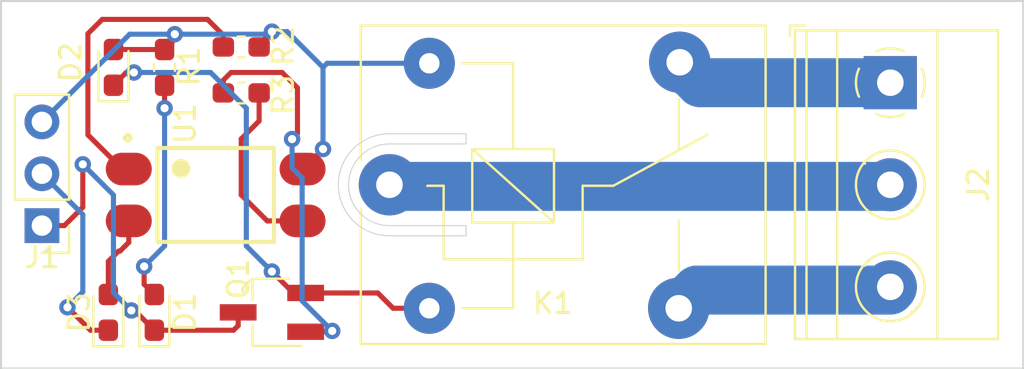
<source format=kicad_pcb>
(kicad_pcb (version 20171130) (host pcbnew 5.1.4+dfsg1-1~bpo10+1)

  (general
    (thickness 1.6)
    (drawings 12)
    (tracks 98)
    (zones 0)
    (modules 11)
    (nets 13)
  )

  (page A4)
  (layers
    (0 F.Cu signal)
    (31 B.Cu signal)
    (32 B.Adhes user hide)
    (33 F.Adhes user hide)
    (34 B.Paste user hide)
    (35 F.Paste user hide)
    (36 B.SilkS user)
    (37 F.SilkS user)
    (38 B.Mask user)
    (39 F.Mask user)
    (40 Dwgs.User user hide)
    (41 Cmts.User user hide)
    (42 Eco1.User user hide)
    (43 Eco2.User user hide)
    (44 Edge.Cuts user)
    (45 Margin user hide)
    (46 B.CrtYd user hide)
    (47 F.CrtYd user hide)
    (48 B.Fab user hide)
    (49 F.Fab user hide)
  )

  (setup
    (last_trace_width 0.25)
    (user_trace_width 0.6069)
    (user_trace_width 2.4)
    (trace_clearance 0.2)
    (zone_clearance 0.508)
    (zone_45_only no)
    (trace_min 0.2)
    (via_size 0.8)
    (via_drill 0.4)
    (via_min_size 0.4)
    (via_min_drill 0.3)
    (uvia_size 0.3)
    (uvia_drill 0.1)
    (uvias_allowed no)
    (uvia_min_size 0.2)
    (uvia_min_drill 0.1)
    (edge_width 0.05)
    (segment_width 0.2)
    (pcb_text_width 0.3)
    (pcb_text_size 1.5 1.5)
    (mod_edge_width 0.12)
    (mod_text_size 1 1)
    (mod_text_width 0.15)
    (pad_size 1.524 1.524)
    (pad_drill 0.762)
    (pad_to_mask_clearance 0.051)
    (solder_mask_min_width 0.25)
    (aux_axis_origin 0 0)
    (grid_origin 109.75 120)
    (visible_elements 7FFFFFFF)
    (pcbplotparams
      (layerselection 0x010f0_ffffffff)
      (usegerberextensions false)
      (usegerberattributes false)
      (usegerberadvancedattributes false)
      (creategerberjobfile false)
      (excludeedgelayer true)
      (linewidth 0.100000)
      (plotframeref false)
      (viasonmask false)
      (mode 1)
      (useauxorigin false)
      (hpglpennumber 1)
      (hpglpenspeed 20)
      (hpglpendiameter 15.000000)
      (psnegative false)
      (psa4output false)
      (plotreference true)
      (plotvalue true)
      (plotinvisibletext false)
      (padsonsilk false)
      (subtractmaskfromsilk false)
      (outputformat 1)
      (mirror false)
      (drillshape 0)
      (scaleselection 1)
      (outputdirectory "Relay_module/"))
  )

  (net 0 "")
  (net 1 "Net-(D1-Pad2)")
  (net 2 GND)
  (net 3 VCC)
  (net 4 "Net-(D2-Pad1)")
  (net 5 "Net-(D3-Pad2)")
  (net 6 IN)
  (net 7 "Net-(J2-Pad3)")
  (net 8 "Net-(J2-Pad2)")
  (net 9 "Net-(J2-Pad1)")
  (net 10 "Net-(Q1-Pad1)")
  (net 11 "Net-(R2-Pad1)")
  (net 12 "Net-(R3-Pad2)")

  (net_class Default "This is the default net class."
    (clearance 0.2)
    (trace_width 0.25)
    (via_dia 0.8)
    (via_drill 0.4)
    (uvia_dia 0.3)
    (uvia_drill 0.1)
    (add_net GND)
    (add_net IN)
    (add_net "Net-(D1-Pad2)")
    (add_net "Net-(D2-Pad1)")
    (add_net "Net-(D3-Pad2)")
    (add_net "Net-(J2-Pad1)")
    (add_net "Net-(J2-Pad2)")
    (add_net "Net-(J2-Pad3)")
    (add_net "Net-(Q1-Pad1)")
    (add_net "Net-(R2-Pad1)")
    (add_net "Net-(R3-Pad2)")
    (add_net VCC)
  )

  (module Relay_THT:Relay_SPDT_SANYOU_SRD_Series_Form_C (layer F.Cu) (tedit 58FA3148) (tstamp 62C881DC)
    (at 128.75 109)
    (descr "relay Sanyou SRD series Form C http://www.sanyourelay.ca/public/products/pdf/SRD.pdf")
    (tags "relay Sanyu SRD form C")
    (path /61F15009)
    (fp_text reference K1 (at 8 5.8) (layer F.SilkS)
      (effects (font (size 1 1) (thickness 0.15)))
    )
    (fp_text value SANYOU_SRD_Form_C (at 8 -9.6) (layer F.Fab)
      (effects (font (size 1 1) (thickness 0.15)))
    )
    (fp_line (start 8.05 1.85) (end 4.05 1.85) (layer F.SilkS) (width 0.12))
    (fp_line (start 8.05 -1.75) (end 8.05 1.85) (layer F.SilkS) (width 0.12))
    (fp_line (start 4.05 -1.75) (end 8.05 -1.75) (layer F.SilkS) (width 0.12))
    (fp_line (start 4.05 1.85) (end 4.05 -1.75) (layer F.SilkS) (width 0.12))
    (fp_line (start 8.05 1.85) (end 4.05 -1.75) (layer F.SilkS) (width 0.12))
    (fp_line (start 6.05 1.85) (end 6.05 6.05) (layer F.SilkS) (width 0.12))
    (fp_line (start 6.05 -5.95) (end 6.05 -1.75) (layer F.SilkS) (width 0.12))
    (fp_line (start 2.65 0.05) (end 2.65 3.65) (layer F.SilkS) (width 0.12))
    (fp_line (start 9.45 0.05) (end 9.45 3.65) (layer F.SilkS) (width 0.12))
    (fp_line (start 9.45 3.65) (end 2.65 3.65) (layer F.SilkS) (width 0.12))
    (fp_line (start 10.95 0.05) (end 15.55 -2.45) (layer F.SilkS) (width 0.12))
    (fp_line (start 9.45 0.05) (end 10.95 0.05) (layer F.SilkS) (width 0.12))
    (fp_line (start 6.05 -5.95) (end 3.55 -5.95) (layer F.SilkS) (width 0.12))
    (fp_line (start 2.65 0.05) (end 1.85 0.05) (layer F.SilkS) (width 0.12))
    (fp_line (start 3.55 6.05) (end 6.05 6.05) (layer F.SilkS) (width 0.12))
    (fp_line (start 14.15 -4.2) (end 14.15 -1.7) (layer F.SilkS) (width 0.12))
    (fp_line (start 14.15 4.2) (end 14.15 1.75) (layer F.SilkS) (width 0.12))
    (fp_line (start -1.55 7.95) (end 18.55 7.95) (layer F.CrtYd) (width 0.05))
    (fp_line (start 18.55 -7.95) (end 18.55 7.95) (layer F.CrtYd) (width 0.05))
    (fp_line (start -1.55 7.95) (end -1.55 -7.95) (layer F.CrtYd) (width 0.05))
    (fp_line (start 18.55 -7.95) (end -1.55 -7.95) (layer F.CrtYd) (width 0.05))
    (fp_text user %R (at 7.1 0.025) (layer F.Fab)
      (effects (font (size 1 1) (thickness 0.15)))
    )
    (fp_line (start -1.3 7.7) (end -1.3 -7.7) (layer F.Fab) (width 0.12))
    (fp_line (start 18.3 7.7) (end -1.3 7.7) (layer F.Fab) (width 0.12))
    (fp_line (start 18.3 -7.7) (end 18.3 7.7) (layer F.Fab) (width 0.12))
    (fp_line (start -1.3 -7.7) (end 18.3 -7.7) (layer F.Fab) (width 0.12))
    (fp_text user 1 (at 0 -2.3) (layer F.Fab)
      (effects (font (size 1 1) (thickness 0.15)))
    )
    (fp_line (start 18.4 7.8) (end -1.4 7.8) (layer F.SilkS) (width 0.12))
    (fp_line (start 18.4 -7.8) (end 18.4 7.8) (layer F.SilkS) (width 0.12))
    (fp_line (start -1.4 -7.8) (end 18.4 -7.8) (layer F.SilkS) (width 0.12))
    (fp_line (start -1.4 -7.8) (end -1.4 -1.2) (layer F.SilkS) (width 0.12))
    (fp_line (start -1.4 1.2) (end -1.4 7.8) (layer F.SilkS) (width 0.12))
    (pad 1 thru_hole circle (at 0 0 90) (size 3 3) (drill 1.3) (layers *.Cu *.Mask)
      (net 8 "Net-(J2-Pad2)"))
    (pad 5 thru_hole circle (at 1.95 -5.95 90) (size 2.5 2.5) (drill 1) (layers *.Cu *.Mask)
      (net 3 VCC))
    (pad 4 thru_hole circle (at 14.2 -6 90) (size 3 3) (drill 1.3) (layers *.Cu *.Mask)
      (net 9 "Net-(J2-Pad1)"))
    (pad 3 thru_hole circle (at 14.15 6.05 90) (size 3 3) (drill 1.3) (layers *.Cu *.Mask)
      (net 7 "Net-(J2-Pad3)"))
    (pad 2 thru_hole circle (at 1.95 6.05 90) (size 2.5 2.5) (drill 1) (layers *.Cu *.Mask)
      (net 4 "Net-(D2-Pad1)"))
    (model ${KIUSER3DMOD}/RELAY.3dshapes/SRD-05VDC-SL-C--3DModel-STEP-56544.STEP
      (offset (xyz 17 7.5 0))
      (scale (xyz 1 1 1))
      (rotate (xyz 0 0 -180))
    )
  )

  (module TerminalBlock_Phoenix:TerminalBlock_Phoenix_MKDS-1,5-3_1x03_P5.00mm_Horizontal (layer F.Cu) (tedit 5B294EE5) (tstamp 62C88121)
    (at 153.25 104 270)
    (descr "Terminal Block Phoenix MKDS-1,5-3, 3 pins, pitch 5mm, size 15x9.8mm^2, drill diamater 1.3mm, pad diameter 2.6mm, see http://www.farnell.com/datasheets/100425.pdf, script-generated using https://github.com/pointhi/kicad-footprint-generator/scripts/TerminalBlock_Phoenix")
    (tags "THT Terminal Block Phoenix MKDS-1,5-3 pitch 5mm size 15x9.8mm^2 drill 1.3mm pad 2.6mm")
    (path /61F4328B)
    (fp_text reference J2 (at 5 -4.3 90) (layer F.SilkS)
      (effects (font (size 1 1) (thickness 0.15)))
    )
    (fp_text value Screw_Terminal_01x03 (at 5.08 5.66 90) (layer F.Fab)
      (effects (font (size 1 1) (thickness 0.15)))
    )
    (fp_text user %R (at 5.08 3.2 90) (layer F.Fab)
      (effects (font (size 1 1) (thickness 0.15)))
    )
    (fp_line (start 13 -5.71) (end -3 -5.71) (layer F.CrtYd) (width 0.05))
    (fp_line (start 13 5.1) (end 13 -5.71) (layer F.CrtYd) (width 0.05))
    (fp_line (start -3 5.1) (end 13 5.1) (layer F.CrtYd) (width 0.05))
    (fp_line (start -3 -5.71) (end -3 5.1) (layer F.CrtYd) (width 0.05))
    (fp_line (start -2.8 4.9) (end -2.3 4.9) (layer F.SilkS) (width 0.12))
    (fp_line (start -2.8 4.16) (end -2.8 4.9) (layer F.SilkS) (width 0.12))
    (fp_line (start 8.773 1.023) (end 8.726 1.069) (layer F.SilkS) (width 0.12))
    (fp_line (start 11.07 -1.275) (end 11.035 -1.239) (layer F.SilkS) (width 0.12))
    (fp_line (start 8.966 1.239) (end 8.931 1.274) (layer F.SilkS) (width 0.12))
    (fp_line (start 11.275 -1.069) (end 11.228 -1.023) (layer F.SilkS) (width 0.12))
    (fp_line (start 10.955 -1.138) (end 8.863 0.955) (layer F.Fab) (width 0.1))
    (fp_line (start 11.138 -0.955) (end 9.046 1.138) (layer F.Fab) (width 0.1))
    (fp_line (start 3.773 1.023) (end 3.726 1.069) (layer F.SilkS) (width 0.12))
    (fp_line (start 6.07 -1.275) (end 6.035 -1.239) (layer F.SilkS) (width 0.12))
    (fp_line (start 3.966 1.239) (end 3.931 1.274) (layer F.SilkS) (width 0.12))
    (fp_line (start 6.275 -1.069) (end 6.228 -1.023) (layer F.SilkS) (width 0.12))
    (fp_line (start 5.955 -1.138) (end 3.863 0.955) (layer F.Fab) (width 0.1))
    (fp_line (start 6.138 -0.955) (end 4.046 1.138) (layer F.Fab) (width 0.1))
    (fp_line (start 0.955 -1.138) (end -1.138 0.955) (layer F.Fab) (width 0.1))
    (fp_line (start 1.138 -0.955) (end -0.955 1.138) (layer F.Fab) (width 0.1))
    (fp_line (start 12.56 -5.261) (end 12.56 4.66) (layer F.SilkS) (width 0.12))
    (fp_line (start -2.56 -5.261) (end -2.56 4.66) (layer F.SilkS) (width 0.12))
    (fp_line (start -2.56 4.66) (end 12.56 4.66) (layer F.SilkS) (width 0.12))
    (fp_line (start -2.56 -5.261) (end 12.56 -5.261) (layer F.SilkS) (width 0.12))
    (fp_line (start -2.56 -2.301) (end 12.56 -2.301) (layer F.SilkS) (width 0.12))
    (fp_line (start -2.5 -2.3) (end 12.5 -2.3) (layer F.Fab) (width 0.1))
    (fp_line (start -2.56 2.6) (end 12.56 2.6) (layer F.SilkS) (width 0.12))
    (fp_line (start -2.5 2.6) (end 12.5 2.6) (layer F.Fab) (width 0.1))
    (fp_line (start -2.56 4.1) (end 12.56 4.1) (layer F.SilkS) (width 0.12))
    (fp_line (start -2.5 4.1) (end 12.5 4.1) (layer F.Fab) (width 0.1))
    (fp_line (start -2.5 4.1) (end -2.5 -5.2) (layer F.Fab) (width 0.1))
    (fp_line (start -2 4.6) (end -2.5 4.1) (layer F.Fab) (width 0.1))
    (fp_line (start 12.5 4.6) (end -2 4.6) (layer F.Fab) (width 0.1))
    (fp_line (start 12.5 -5.2) (end 12.5 4.6) (layer F.Fab) (width 0.1))
    (fp_line (start -2.5 -5.2) (end 12.5 -5.2) (layer F.Fab) (width 0.1))
    (fp_circle (center 10 0) (end 11.68 0) (layer F.SilkS) (width 0.12))
    (fp_circle (center 10 0) (end 11.5 0) (layer F.Fab) (width 0.1))
    (fp_circle (center 5 0) (end 6.68 0) (layer F.SilkS) (width 0.12))
    (fp_circle (center 5 0) (end 6.5 0) (layer F.Fab) (width 0.1))
    (fp_circle (center 0 0) (end 1.5 0) (layer F.Fab) (width 0.1))
    (fp_arc (start 0 0) (end -0.684 1.535) (angle -25) (layer F.SilkS) (width 0.12))
    (fp_arc (start 0 0) (end -1.535 -0.684) (angle -48) (layer F.SilkS) (width 0.12))
    (fp_arc (start 0 0) (end 0.684 -1.535) (angle -48) (layer F.SilkS) (width 0.12))
    (fp_arc (start 0 0) (end 1.535 0.684) (angle -48) (layer F.SilkS) (width 0.12))
    (fp_arc (start 0 0) (end 0 1.68) (angle -24) (layer F.SilkS) (width 0.12))
    (pad 3 thru_hole circle (at 10 0 270) (size 2.6 2.6) (drill 1.3) (layers *.Cu *.Mask)
      (net 7 "Net-(J2-Pad3)"))
    (pad 2 thru_hole circle (at 5 0 270) (size 2.6 2.6) (drill 1.3) (layers *.Cu *.Mask)
      (net 8 "Net-(J2-Pad2)"))
    (pad 1 thru_hole rect (at 0 0 270) (size 2.6 2.6) (drill 1.3) (layers *.Cu *.Mask)
      (net 9 "Net-(J2-Pad1)"))
    (model ${KIUSER3DMOD}/128596307-659-1714036.3dshapes/1714036.stp
      (offset (xyz -3 -4 0))
      (scale (xyz 1 1 1))
      (rotate (xyz -90 0 90))
    )
  )

  (module SOT254P975X400-4N:SOT254P975X400-4N (layer F.Cu) (tedit 61F13317) (tstamp 62C8CECE)
    (at 120.25 109.5)
    (path /61F1477D)
    (fp_text reference U1 (at -1.5 -3.5 90) (layer F.SilkS)
      (effects (font (size 1.001874 1.001874) (thickness 0.15)))
    )
    (fp_text value PC817X2NIP0F (at 8.097985 3.766405) (layer F.Fab)
      (effects (font (size 1.00037 1.00037) (thickness 0.15)))
    )
    (fp_text user Name (at -0.26017 -3.737435) (layer Dwgs.User)
      (effects (font (size 1.000654 1.000654) (thickness 0.15)))
    )
    (fp_circle (center -4.3 -2.8) (end -4.158581 -2.8) (layer F.SilkS) (width 0.2))
    (fp_poly (pts (xy -2.00136 -1.6) (xy -1.4 -1.6) (xy -1.4 -1.00068) (xy -2.00136 -1.00068)) (layer F.SilkS) (width 0.01))
    (fp_circle (center -1.7 -1.3) (end -1.339447 -1.3) (layer F.SilkS) (width 0.2))
    (fp_line (start -5.65 2.8) (end -5.65 -2.8) (layer F.CrtYd) (width 0.052))
    (fp_line (start 5.65 2.8) (end -5.65 2.8) (layer F.CrtYd) (width 0.052))
    (fp_line (start 5.65 -2.8) (end 5.65 2.8) (layer F.CrtYd) (width 0.052))
    (fp_line (start -5.65 -2.8) (end 5.65 -2.8) (layer F.CrtYd) (width 0.052))
    (fp_line (start -2.85 2.3) (end -2.85 -2.3) (layer F.SilkS) (width 0.2))
    (fp_line (start 2.85 2.3) (end -2.85 2.3) (layer F.SilkS) (width 0.2))
    (fp_line (start 2.85 -2.3) (end 2.85 2.3) (layer F.SilkS) (width 0.2))
    (fp_line (start -2.85 -2.3) (end 2.85 -2.3) (layer F.SilkS) (width 0.2))
    (pad 4 smd oval (at 4.25 -1.27) (size 2.25 1.6) (layers F.Cu F.Paste F.Mask)
      (net 3 VCC))
    (pad 3 smd oval (at 4.25 1.27) (size 2.25 1.6) (layers F.Cu F.Paste F.Mask)
      (net 12 "Net-(R3-Pad2)"))
    (pad 2 smd oval (at -4.25 1.27) (size 2.25 1.6) (layers F.Cu F.Paste F.Mask)
      (net 5 "Net-(D3-Pad2)"))
    (pad 1 smd oval (at -4.25 -1.27) (size 2.25 1.6) (layers F.Cu F.Paste F.Mask)
      (net 11 "Net-(R2-Pad1)"))
    (model ${KIUSER3DMOD}/PC817X2NIP0F.3dshapes/PC817X2NIP0F.step
      (at (xyz 0 0 0))
      (scale (xyz 1 1 1))
      (rotate (xyz -90 0 0))
    )
  )

  (module Connector_PinHeader_2.54mm:PinHeader_1x03_P2.54mm_Vertical (layer F.Cu) (tedit 59FED5CC) (tstamp 62C88008)
    (at 111.75 111 180)
    (descr "Through hole straight pin header, 1x03, 2.54mm pitch, single row")
    (tags "Through hole pin header THT 1x03 2.54mm single row")
    (path /61F1366C)
    (fp_text reference J1 (at 0 -1.56) (layer F.SilkS)
      (effects (font (size 1 1) (thickness 0.15)))
    )
    (fp_text value Conn_01x03 (at 0 3.56) (layer F.Fab)
      (effects (font (size 1 1) (thickness 0.15)))
    )
    (fp_text user %R (at 0 1 90) (layer F.Fab)
      (effects (font (size 0.76 0.76) (thickness 0.114)))
    )
    (fp_line (start 1.8 -1.8) (end -1.8 -1.8) (layer F.CrtYd) (width 0.05))
    (fp_line (start 1.8 6.85) (end 1.8 -1.8) (layer F.CrtYd) (width 0.05))
    (fp_line (start -1.8 6.85) (end 1.8 6.85) (layer F.CrtYd) (width 0.05))
    (fp_line (start -1.8 -1.8) (end -1.8 6.85) (layer F.CrtYd) (width 0.05))
    (fp_line (start -1.33 -1.33) (end 0 -1.33) (layer F.SilkS) (width 0.12))
    (fp_line (start -1.33 0) (end -1.33 -1.33) (layer F.SilkS) (width 0.12))
    (fp_line (start -1.33 1.27) (end 1.33 1.27) (layer F.SilkS) (width 0.12))
    (fp_line (start 1.33 1.27) (end 1.33 6.41) (layer F.SilkS) (width 0.12))
    (fp_line (start -1.33 1.27) (end -1.33 6.41) (layer F.SilkS) (width 0.12))
    (fp_line (start -1.33 6.41) (end 1.33 6.41) (layer F.SilkS) (width 0.12))
    (fp_line (start -1.27 -0.635) (end -0.635 -1.27) (layer F.Fab) (width 0.1))
    (fp_line (start -1.27 6.35) (end -1.27 -0.635) (layer F.Fab) (width 0.1))
    (fp_line (start 1.27 6.35) (end -1.27 6.35) (layer F.Fab) (width 0.1))
    (fp_line (start 1.27 -1.27) (end 1.27 6.35) (layer F.Fab) (width 0.1))
    (fp_line (start -0.635 -1.27) (end 1.27 -1.27) (layer F.Fab) (width 0.1))
    (pad 3 thru_hole oval (at 0 5.08 180) (size 1.7 1.7) (drill 1) (layers *.Cu *.Mask)
      (net 3 VCC))
    (pad 2 thru_hole oval (at 0 2.54 180) (size 1.7 1.7) (drill 1) (layers *.Cu *.Mask)
      (net 6 IN))
    (pad 1 thru_hole rect (at 0 0 180) (size 1.7 1.7) (drill 1) (layers *.Cu *.Mask)
      (net 2 GND))
    (model ${KISYS3DMOD}/Connector_PinHeader_2.54mm.3dshapes/PinHeader_1x03_P2.54mm_Vertical.wrl
      (at (xyz 0 0 0))
      (scale (xyz 1 1 1))
      (rotate (xyz 0 0 0))
    )
  )

  (module Resistor_SMD:R_0603_1608Metric_Pad1.05x0.95mm_HandSolder (layer F.Cu) (tedit 5B301BBD) (tstamp 62C88488)
    (at 121.5 104.5)
    (descr "Resistor SMD 0603 (1608 Metric), square (rectangular) end terminal, IPC_7351 nominal with elongated pad for handsoldering. (Body size source: http://www.tortai-tech.com/upload/download/2011102023233369053.pdf), generated with kicad-footprint-generator")
    (tags "resistor handsolder")
    (path /61F15B04)
    (attr smd)
    (fp_text reference R3 (at 2.05 0.1 90) (layer F.SilkS)
      (effects (font (size 1 1) (thickness 0.15)))
    )
    (fp_text value "560 ohms" (at 0 1.43) (layer F.Fab)
      (effects (font (size 1 1) (thickness 0.15)))
    )
    (fp_text user %R (at 0 0) (layer F.Fab)
      (effects (font (size 0.4 0.4) (thickness 0.06)))
    )
    (fp_line (start 1.65 0.73) (end -1.65 0.73) (layer F.CrtYd) (width 0.05))
    (fp_line (start 1.65 -0.73) (end 1.65 0.73) (layer F.CrtYd) (width 0.05))
    (fp_line (start -1.65 -0.73) (end 1.65 -0.73) (layer F.CrtYd) (width 0.05))
    (fp_line (start -1.65 0.73) (end -1.65 -0.73) (layer F.CrtYd) (width 0.05))
    (fp_line (start -0.171267 0.51) (end 0.171267 0.51) (layer F.SilkS) (width 0.12))
    (fp_line (start -0.171267 -0.51) (end 0.171267 -0.51) (layer F.SilkS) (width 0.12))
    (fp_line (start 0.8 0.4) (end -0.8 0.4) (layer F.Fab) (width 0.1))
    (fp_line (start 0.8 -0.4) (end 0.8 0.4) (layer F.Fab) (width 0.1))
    (fp_line (start -0.8 -0.4) (end 0.8 -0.4) (layer F.Fab) (width 0.1))
    (fp_line (start -0.8 0.4) (end -0.8 -0.4) (layer F.Fab) (width 0.1))
    (pad 2 smd roundrect (at 0.875 0) (size 1.05 0.95) (layers F.Cu F.Paste F.Mask) (roundrect_rratio 0.25)
      (net 12 "Net-(R3-Pad2)"))
    (pad 1 smd roundrect (at -0.875 0) (size 1.05 0.95) (layers F.Cu F.Paste F.Mask) (roundrect_rratio 0.25)
      (net 10 "Net-(Q1-Pad1)"))
    (model ${KISYS3DMOD}/Resistor_SMD.3dshapes/R_0603_1608Metric.wrl
      (at (xyz 0 0 0))
      (scale (xyz 1 1 1))
      (rotate (xyz 0 0 0))
    )
  )

  (module Resistor_SMD:R_0603_1608Metric_Pad1.05x0.95mm_HandSolder (layer F.Cu) (tedit 5B301BBD) (tstamp 62C883FD)
    (at 121.5 102.25)
    (descr "Resistor SMD 0603 (1608 Metric), square (rectangular) end terminal, IPC_7351 nominal with elongated pad for handsoldering. (Body size source: http://www.tortai-tech.com/upload/download/2011102023233369053.pdf), generated with kicad-footprint-generator")
    (tags "resistor handsolder")
    (path /61F16F5E)
    (attr smd)
    (fp_text reference R2 (at 2.05 -0.05 90) (layer F.SilkS)
      (effects (font (size 1 1) (thickness 0.15)))
    )
    (fp_text value 1K (at 0 1.43) (layer F.Fab)
      (effects (font (size 1 1) (thickness 0.15)))
    )
    (fp_text user %R (at 0 0) (layer F.Fab)
      (effects (font (size 0.4 0.4) (thickness 0.06)))
    )
    (fp_line (start 1.65 0.73) (end -1.65 0.73) (layer F.CrtYd) (width 0.05))
    (fp_line (start 1.65 -0.73) (end 1.65 0.73) (layer F.CrtYd) (width 0.05))
    (fp_line (start -1.65 -0.73) (end 1.65 -0.73) (layer F.CrtYd) (width 0.05))
    (fp_line (start -1.65 0.73) (end -1.65 -0.73) (layer F.CrtYd) (width 0.05))
    (fp_line (start -0.171267 0.51) (end 0.171267 0.51) (layer F.SilkS) (width 0.12))
    (fp_line (start -0.171267 -0.51) (end 0.171267 -0.51) (layer F.SilkS) (width 0.12))
    (fp_line (start 0.8 0.4) (end -0.8 0.4) (layer F.Fab) (width 0.1))
    (fp_line (start 0.8 -0.4) (end 0.8 0.4) (layer F.Fab) (width 0.1))
    (fp_line (start -0.8 -0.4) (end 0.8 -0.4) (layer F.Fab) (width 0.1))
    (fp_line (start -0.8 0.4) (end -0.8 -0.4) (layer F.Fab) (width 0.1))
    (pad 2 smd roundrect (at 0.875 0) (size 1.05 0.95) (layers F.Cu F.Paste F.Mask) (roundrect_rratio 0.25)
      (net 3 VCC))
    (pad 1 smd roundrect (at -0.875 0) (size 1.05 0.95) (layers F.Cu F.Paste F.Mask) (roundrect_rratio 0.25)
      (net 11 "Net-(R2-Pad1)"))
    (model ${KISYS3DMOD}/Resistor_SMD.3dshapes/R_0603_1608Metric.wrl
      (at (xyz 0 0 0))
      (scale (xyz 1 1 1))
      (rotate (xyz 0 0 0))
    )
  )

  (module Resistor_SMD:R_0603_1608Metric_Pad1.05x0.95mm_HandSolder (layer F.Cu) (tedit 5B301BBD) (tstamp 62C88372)
    (at 117.75 103.25 90)
    (descr "Resistor SMD 0603 (1608 Metric), square (rectangular) end terminal, IPC_7351 nominal with elongated pad for handsoldering. (Body size source: http://www.tortai-tech.com/upload/download/2011102023233369053.pdf), generated with kicad-footprint-generator")
    (tags "resistor handsolder")
    (path /61F22294)
    (attr smd)
    (fp_text reference R1 (at 0.05 1.2 90) (layer F.SilkS)
      (effects (font (size 1 1) (thickness 0.15)))
    )
    (fp_text value 1K (at 0 1.43 90) (layer F.Fab)
      (effects (font (size 1 1) (thickness 0.15)))
    )
    (fp_text user %R (at 0 0 90) (layer F.Fab)
      (effects (font (size 0.4 0.4) (thickness 0.06)))
    )
    (fp_line (start 1.65 0.73) (end -1.65 0.73) (layer F.CrtYd) (width 0.05))
    (fp_line (start 1.65 -0.73) (end 1.65 0.73) (layer F.CrtYd) (width 0.05))
    (fp_line (start -1.65 -0.73) (end 1.65 -0.73) (layer F.CrtYd) (width 0.05))
    (fp_line (start -1.65 0.73) (end -1.65 -0.73) (layer F.CrtYd) (width 0.05))
    (fp_line (start -0.171267 0.51) (end 0.171267 0.51) (layer F.SilkS) (width 0.12))
    (fp_line (start -0.171267 -0.51) (end 0.171267 -0.51) (layer F.SilkS) (width 0.12))
    (fp_line (start 0.8 0.4) (end -0.8 0.4) (layer F.Fab) (width 0.1))
    (fp_line (start 0.8 -0.4) (end 0.8 0.4) (layer F.Fab) (width 0.1))
    (fp_line (start -0.8 -0.4) (end 0.8 -0.4) (layer F.Fab) (width 0.1))
    (fp_line (start -0.8 0.4) (end -0.8 -0.4) (layer F.Fab) (width 0.1))
    (pad 2 smd roundrect (at 0.875 0 90) (size 1.05 0.95) (layers F.Cu F.Paste F.Mask) (roundrect_rratio 0.25)
      (net 3 VCC))
    (pad 1 smd roundrect (at -0.875 0 90) (size 1.05 0.95) (layers F.Cu F.Paste F.Mask) (roundrect_rratio 0.25)
      (net 1 "Net-(D1-Pad2)"))
    (model ${KISYS3DMOD}/Resistor_SMD.3dshapes/R_0603_1608Metric.wrl
      (at (xyz 0 0 0))
      (scale (xyz 1 1 1))
      (rotate (xyz 0 0 0))
    )
  )

  (module Package_TO_SOT_SMD:SC-59_Handsoldering (layer F.Cu) (tedit 5A0AB732) (tstamp 62C882E7)
    (at 123 115.25 180)
    (descr "SC-59, hand-soldering varaint, https://lib.chipdip.ru/images/import_diod/original/SOT-23_SC-59.jpg")
    (tags "SC-59 hand-soldering")
    (path /61F14538)
    (attr smd)
    (fp_text reference Q1 (at 1.65 1.65 90) (layer F.SilkS)
      (effects (font (size 1 1) (thickness 0.15)))
    )
    (fp_text value "SWITCHING TRANSISTOR" (at 0 2.5) (layer F.Fab)
      (effects (font (size 1 1) (thickness 0.15)))
    )
    (fp_line (start 2.8 1.8) (end -2.8 1.8) (layer F.CrtYd) (width 0.05))
    (fp_line (start 2.8 1.8) (end 2.8 -1.8) (layer F.CrtYd) (width 0.05))
    (fp_line (start -2.8 -1.8) (end -2.8 1.8) (layer F.CrtYd) (width 0.05))
    (fp_line (start -2.8 -1.8) (end 2.8 -1.8) (layer F.CrtYd) (width 0.05))
    (fp_line (start 0.85 -1.52) (end 0.85 1.52) (layer F.Fab) (width 0.1))
    (fp_line (start -0.3 -1.55) (end 0.85 -1.55) (layer F.Fab) (width 0.1))
    (fp_line (start -0.3 -1.55) (end -0.85 -1) (layer F.Fab) (width 0.1))
    (fp_line (start -0.85 1.55) (end 0.85 1.55) (layer F.Fab) (width 0.1))
    (fp_line (start 0.95 1.65) (end 0.95 0.6) (layer F.SilkS) (width 0.12))
    (fp_line (start -0.85 1.65) (end 0.95 1.65) (layer F.SilkS) (width 0.12))
    (fp_line (start 0.95 -1.65) (end 0.95 -0.6) (layer F.SilkS) (width 0.12))
    (fp_line (start -1.45 -1.65) (end 0.95 -1.65) (layer F.SilkS) (width 0.12))
    (fp_line (start -0.85 1.55) (end -0.85 -1) (layer F.Fab) (width 0.1))
    (fp_text user %R (at 0 0 90) (layer F.Fab)
      (effects (font (size 0.5 0.5) (thickness 0.075)))
    )
    (pad 3 smd rect (at 1.65 0 180) (size 1.8 0.8) (layers F.Cu F.Paste F.Mask)
      (net 2 GND))
    (pad 2 smd rect (at -1.65 0.95 180) (size 1.8 0.8) (layers F.Cu F.Paste F.Mask)
      (net 4 "Net-(D2-Pad1)"))
    (pad 1 smd rect (at -1.65 -0.95 180) (size 1.8 0.8) (layers F.Cu F.Paste F.Mask)
      (net 10 "Net-(Q1-Pad1)"))
    (model ${KISYS3DMOD}/Package_TO_SOT_SMD.3dshapes/SC-59.wrl
      (at (xyz 0 0 0))
      (scale (xyz 1 1 1))
      (rotate (xyz 0 0 0))
    )
  )

  (module LED_SMD:LED_0603_1608Metric_Pad1.05x0.95mm_HandSolder (layer F.Cu) (tedit 5B4B45C9) (tstamp 62C87DC3)
    (at 115 115.25 90)
    (descr "LED SMD 0603 (1608 Metric), square (rectangular) end terminal, IPC_7351 nominal, (Body size source: http://www.tortai-tech.com/upload/download/2011102023233369053.pdf), generated with kicad-footprint-generator")
    (tags "LED handsolder")
    (path /61F1605D)
    (attr smd)
    (fp_text reference D3 (at 0 -1.43 90) (layer F.SilkS)
      (effects (font (size 1 1) (thickness 0.15)))
    )
    (fp_text value "Signal LED" (at 0 1.43 90) (layer F.Fab)
      (effects (font (size 1 1) (thickness 0.15)))
    )
    (fp_text user %R (at 0 0 90) (layer F.Fab)
      (effects (font (size 0.4 0.4) (thickness 0.06)))
    )
    (fp_line (start 1.65 0.73) (end -1.65 0.73) (layer F.CrtYd) (width 0.05))
    (fp_line (start 1.65 -0.73) (end 1.65 0.73) (layer F.CrtYd) (width 0.05))
    (fp_line (start -1.65 -0.73) (end 1.65 -0.73) (layer F.CrtYd) (width 0.05))
    (fp_line (start -1.65 0.73) (end -1.65 -0.73) (layer F.CrtYd) (width 0.05))
    (fp_line (start -1.66 0.735) (end 0.8 0.735) (layer F.SilkS) (width 0.12))
    (fp_line (start -1.66 -0.735) (end -1.66 0.735) (layer F.SilkS) (width 0.12))
    (fp_line (start 0.8 -0.735) (end -1.66 -0.735) (layer F.SilkS) (width 0.12))
    (fp_line (start 0.8 0.4) (end 0.8 -0.4) (layer F.Fab) (width 0.1))
    (fp_line (start -0.8 0.4) (end 0.8 0.4) (layer F.Fab) (width 0.1))
    (fp_line (start -0.8 -0.1) (end -0.8 0.4) (layer F.Fab) (width 0.1))
    (fp_line (start -0.5 -0.4) (end -0.8 -0.1) (layer F.Fab) (width 0.1))
    (fp_line (start 0.8 -0.4) (end -0.5 -0.4) (layer F.Fab) (width 0.1))
    (pad 2 smd roundrect (at 0.875 0 90) (size 1.05 0.95) (layers F.Cu F.Paste F.Mask) (roundrect_rratio 0.25)
      (net 5 "Net-(D3-Pad2)"))
    (pad 1 smd roundrect (at -0.875 0 90) (size 1.05 0.95) (layers F.Cu F.Paste F.Mask) (roundrect_rratio 0.25)
      (net 6 IN))
    (model ${KISYS3DMOD}/LED_SMD.3dshapes/LED_0603_1608Metric.wrl
      (at (xyz 0 0 0))
      (scale (xyz 1 1 1))
      (rotate (xyz 0 0 0))
    )
  )

  (module Diode_SMD:D_0603_1608Metric_Pad1.05x0.95mm_HandSolder (layer F.Cu) (tedit 5B4B45C8) (tstamp 62C87D22)
    (at 115.25 103.25 90)
    (descr "Diode SMD 0603 (1608 Metric), square (rectangular) end terminal, IPC_7351 nominal, (Body size source: http://www.tortai-tech.com/upload/download/2011102023233369053.pdf), generated with kicad-footprint-generator")
    (tags "diode handsolder")
    (path /61F16387)
    (attr smd)
    (fp_text reference D2 (at 0.25 -2.1 90) (layer F.SilkS)
      (effects (font (size 1 1) (thickness 0.15)))
    )
    (fp_text value "Freewheeling Diode" (at 0 1.43 90) (layer F.Fab)
      (effects (font (size 1 1) (thickness 0.15)))
    )
    (fp_text user %R (at 0 0 90) (layer F.Fab)
      (effects (font (size 0.4 0.4) (thickness 0.06)))
    )
    (fp_line (start 1.65 0.73) (end -1.65 0.73) (layer F.CrtYd) (width 0.05))
    (fp_line (start 1.65 -0.73) (end 1.65 0.73) (layer F.CrtYd) (width 0.05))
    (fp_line (start -1.65 -0.73) (end 1.65 -0.73) (layer F.CrtYd) (width 0.05))
    (fp_line (start -1.65 0.73) (end -1.65 -0.73) (layer F.CrtYd) (width 0.05))
    (fp_line (start -1.66 0.735) (end 0.8 0.735) (layer F.SilkS) (width 0.12))
    (fp_line (start -1.66 -0.735) (end -1.66 0.735) (layer F.SilkS) (width 0.12))
    (fp_line (start 0.8 -0.735) (end -1.66 -0.735) (layer F.SilkS) (width 0.12))
    (fp_line (start 0.8 0.4) (end 0.8 -0.4) (layer F.Fab) (width 0.1))
    (fp_line (start -0.8 0.4) (end 0.8 0.4) (layer F.Fab) (width 0.1))
    (fp_line (start -0.8 -0.1) (end -0.8 0.4) (layer F.Fab) (width 0.1))
    (fp_line (start -0.5 -0.4) (end -0.8 -0.1) (layer F.Fab) (width 0.1))
    (fp_line (start 0.8 -0.4) (end -0.5 -0.4) (layer F.Fab) (width 0.1))
    (pad 2 smd roundrect (at 0.875 0 90) (size 1.05 0.95) (layers F.Cu F.Paste F.Mask) (roundrect_rratio 0.25)
      (net 3 VCC))
    (pad 1 smd roundrect (at -0.875 0 90) (size 1.05 0.95) (layers F.Cu F.Paste F.Mask) (roundrect_rratio 0.25)
      (net 4 "Net-(D2-Pad1)"))
    (model ${KISYS3DMOD}/Diode_SMD.3dshapes/D_0603_1608Metric.wrl
      (at (xyz 0 0 0))
      (scale (xyz 1 1 1))
      (rotate (xyz 0 0 0))
    )
  )

  (module LED_SMD:LED_0603_1608Metric_Pad1.05x0.95mm_HandSolder (layer F.Cu) (tedit 5B4B45C9) (tstamp 62C87C6F)
    (at 117.25 115.25 90)
    (descr "LED SMD 0603 (1608 Metric), square (rectangular) end terminal, IPC_7351 nominal, (Body size source: http://www.tortai-tech.com/upload/download/2011102023233369053.pdf), generated with kicad-footprint-generator")
    (tags "LED handsolder")
    (path /61F21D93)
    (attr smd)
    (fp_text reference D1 (at 0 1.5 90) (layer F.SilkS)
      (effects (font (size 1 1) (thickness 0.15)))
    )
    (fp_text value "Power LED" (at 0 1.43 90) (layer F.Fab)
      (effects (font (size 1 1) (thickness 0.15)))
    )
    (fp_text user %R (at 0 0 90) (layer F.Fab)
      (effects (font (size 0.4 0.4) (thickness 0.06)))
    )
    (fp_line (start 1.65 0.73) (end -1.65 0.73) (layer F.CrtYd) (width 0.05))
    (fp_line (start 1.65 -0.73) (end 1.65 0.73) (layer F.CrtYd) (width 0.05))
    (fp_line (start -1.65 -0.73) (end 1.65 -0.73) (layer F.CrtYd) (width 0.05))
    (fp_line (start -1.65 0.73) (end -1.65 -0.73) (layer F.CrtYd) (width 0.05))
    (fp_line (start -1.66 0.735) (end 0.8 0.735) (layer F.SilkS) (width 0.12))
    (fp_line (start -1.66 -0.735) (end -1.66 0.735) (layer F.SilkS) (width 0.12))
    (fp_line (start 0.8 -0.735) (end -1.66 -0.735) (layer F.SilkS) (width 0.12))
    (fp_line (start 0.8 0.4) (end 0.8 -0.4) (layer F.Fab) (width 0.1))
    (fp_line (start -0.8 0.4) (end 0.8 0.4) (layer F.Fab) (width 0.1))
    (fp_line (start -0.8 -0.1) (end -0.8 0.4) (layer F.Fab) (width 0.1))
    (fp_line (start -0.5 -0.4) (end -0.8 -0.1) (layer F.Fab) (width 0.1))
    (fp_line (start 0.8 -0.4) (end -0.5 -0.4) (layer F.Fab) (width 0.1))
    (pad 2 smd roundrect (at 0.875 0 90) (size 1.05 0.95) (layers F.Cu F.Paste F.Mask) (roundrect_rratio 0.25)
      (net 1 "Net-(D1-Pad2)"))
    (pad 1 smd roundrect (at -0.875 0 90) (size 1.05 0.95) (layers F.Cu F.Paste F.Mask) (roundrect_rratio 0.25)
      (net 2 GND))
    (model ${KISYS3DMOD}/LED_SMD.3dshapes/LED_0603_1608Metric.wrl
      (at (xyz 0 0 0))
      (scale (xyz 1 1 1))
      (rotate (xyz 0 0 0))
    )
  )

  (gr_line (start 128.75 111.5) (end 132.5 111.5) (layer Edge.Cuts) (width 0.05) (tstamp 62D5A539))
  (gr_line (start 132.5 111) (end 132.5 111.5) (layer Edge.Cuts) (width 0.05))
  (gr_line (start 128.75 111) (end 132.5 111) (layer Edge.Cuts) (width 0.05))
  (gr_line (start 132.5 107) (end 132.5 106.5) (layer Edge.Cuts) (width 0.05) (tstamp 62D5A4DD))
  (gr_line (start 128.75 107) (end 132.5 107) (layer Edge.Cuts) (width 0.05))
  (gr_line (start 128.75 106.5) (end 132.5 106.5) (layer Edge.Cuts) (width 0.05))
  (gr_arc (start 128.75 109) (end 128.75 107) (angle -180) (layer Edge.Cuts) (width 0.05))
  (gr_arc (start 128.75 109) (end 128.75 106.5) (angle -180) (layer Edge.Cuts) (width 0.05))
  (gr_line (start 109.75 100) (end 109.75 118) (layer Edge.Cuts) (width 0.1) (tstamp 62D59F84))
  (gr_line (start 159.75 100) (end 159.75 118) (layer Edge.Cuts) (width 0.1) (tstamp 62D59F7F))
  (gr_line (start 159.75 100) (end 109.75 100) (layer Edge.Cuts) (width 0.1))
  (gr_line (start 109.75 118) (end 159.75 118) (layer Edge.Cuts) (width 0.1))

  (via (at 117.75 105.25) (size 0.8) (drill 0.4) (layers F.Cu B.Cu) (net 1))
  (segment (start 117.75 104.125) (end 117.75 105.25) (width 0.25) (layer F.Cu) (net 1))
  (via (at 116.75 113) (size 0.8) (drill 0.4) (layers F.Cu B.Cu) (net 1))
  (segment (start 117.75 105.25) (end 117.75 112) (width 0.25) (layer B.Cu) (net 1))
  (segment (start 117.75 112) (end 116.75 113) (width 0.25) (layer B.Cu) (net 1))
  (segment (start 116.75 113.875) (end 117.25 114.375) (width 0.25) (layer F.Cu) (net 1))
  (segment (start 116.75 113) (end 116.75 113.875) (width 0.25) (layer F.Cu) (net 1))
  (via (at 113.75 108) (size 0.8) (drill 0.4) (layers F.Cu B.Cu) (net 2))
  (segment (start 113.75 110.1) (end 113.75 108) (width 0.25) (layer F.Cu) (net 2))
  (segment (start 111.75 111) (end 112.85 111) (width 0.25) (layer F.Cu) (net 2))
  (segment (start 112.85 111) (end 113.75 110.1) (width 0.25) (layer F.Cu) (net 2))
  (segment (start 113.75 108) (end 114.149999 108.399999) (width 0.25) (layer B.Cu) (net 2))
  (segment (start 114.149999 108.399999) (end 115.25 109.5) (width 0.25) (layer B.Cu) (net 2))
  (via (at 116.125637 115.157401) (size 0.8) (drill 0.4) (layers F.Cu B.Cu) (net 2))
  (segment (start 115.25 109.5) (end 115.25 114.281764) (width 0.25) (layer B.Cu) (net 2))
  (segment (start 115.25 114.281764) (end 116.125637 115.157401) (width 0.25) (layer B.Cu) (net 2))
  (segment (start 116.282401 115.157401) (end 117.25 116.125) (width 0.25) (layer F.Cu) (net 2))
  (segment (start 116.125637 115.157401) (end 116.282401 115.157401) (width 0.25) (layer F.Cu) (net 2))
  (segment (start 121.35 115.9) (end 121.35 115.25) (width 0.25) (layer F.Cu) (net 2))
  (segment (start 121.125 116.125) (end 121.35 115.9) (width 0.25) (layer F.Cu) (net 2))
  (segment (start 117.25 116.125) (end 121.125 116.125) (width 0.25) (layer F.Cu) (net 2))
  (segment (start 124.5 108.23) (end 124.52 108.23) (width 0.25) (layer F.Cu) (net 3))
  (segment (start 124.52 108.23) (end 125.5 107.25) (width 0.25) (layer F.Cu) (net 3))
  (via (at 123 101.5) (size 0.8) (drill 0.4) (layers F.Cu B.Cu) (net 3))
  (segment (start 117.75 102.375) (end 115.25 102.375) (width 0.25) (layer F.Cu) (net 3))
  (segment (start 118.25 101.875) (end 118.25 101.62501) (width 0.25) (layer F.Cu) (net 3))
  (segment (start 117.75 102.375) (end 118.25 101.875) (width 0.25) (layer F.Cu) (net 3))
  (segment (start 122.375 102.125) (end 123 101.5) (width 0.25) (layer F.Cu) (net 3))
  (segment (start 122.375 102.25) (end 122.375 102.125) (width 0.25) (layer F.Cu) (net 3))
  (via (at 118.25 101.62501) (size 0.8) (drill 0.4) (layers F.Cu B.Cu) (net 3))
  (via (at 125.5 107.25) (size 0.8) (drill 0.4) (layers F.Cu B.Cu) (net 3))
  (segment (start 116.04499 101.62501) (end 118.25 101.62501) (width 0.25) (layer B.Cu) (net 3))
  (segment (start 111.75 105.92) (end 116.04499 101.62501) (width 0.25) (layer B.Cu) (net 3))
  (segment (start 122.87499 101.62501) (end 123 101.5) (width 0.25) (layer B.Cu) (net 3))
  (segment (start 118.25 101.62501) (end 122.87499 101.62501) (width 0.25) (layer B.Cu) (net 3))
  (segment (start 123 101.5) (end 123.75 101.5) (width 0.25) (layer B.Cu) (net 3))
  (segment (start 125.5 103.25) (end 125.5 107.25) (width 0.25) (layer B.Cu) (net 3))
  (segment (start 123.75 101.5) (end 125.5 103.25) (width 0.25) (layer B.Cu) (net 3))
  (segment (start 125.7 103.05) (end 130.7 103.05) (width 0.25) (layer B.Cu) (net 3))
  (segment (start 125.5 103.25) (end 125.7 103.05) (width 0.25) (layer B.Cu) (net 3))
  (segment (start 126.65 114.3) (end 124.65 114.3) (width 0.25) (layer F.Cu) (net 4))
  (via (at 123 113.25) (size 0.8) (drill 0.4) (layers F.Cu B.Cu) (net 4))
  (segment (start 124.65 114.3) (end 124.05 114.3) (width 0.25) (layer F.Cu) (net 4))
  (segment (start 124.05 114.3) (end 123 113.25) (width 0.25) (layer F.Cu) (net 4))
  (segment (start 123 113.25) (end 121.75 112) (width 0.25) (layer B.Cu) (net 4))
  (segment (start 121.75 112) (end 121.75 105.25) (width 0.25) (layer B.Cu) (net 4))
  (via (at 116.25 103.5) (size 0.8) (drill 0.4) (layers F.Cu B.Cu) (net 4))
  (segment (start 121.75 105.25) (end 120 103.5) (width 0.25) (layer B.Cu) (net 4))
  (segment (start 120 103.5) (end 116.25 103.5) (width 0.25) (layer B.Cu) (net 4))
  (segment (start 115.875 103.5) (end 115.25 104.125) (width 0.25) (layer F.Cu) (net 4))
  (segment (start 116.25 103.5) (end 115.875 103.5) (width 0.25) (layer F.Cu) (net 4))
  (segment (start 128.182234 114.3) (end 126.65 114.3) (width 0.25) (layer F.Cu) (net 4))
  (segment (start 128.932234 115.05) (end 128.182234 114.3) (width 0.25) (layer F.Cu) (net 4))
  (segment (start 130.7 115.05) (end 128.932234 115.05) (width 0.25) (layer F.Cu) (net 4))
  (segment (start 116 111.82) (end 115.57 112.25) (width 0.25) (layer F.Cu) (net 5))
  (segment (start 116 110.77) (end 116 111.82) (width 0.25) (layer F.Cu) (net 5))
  (segment (start 115.57 112.25) (end 115.5 112.25) (width 0.25) (layer F.Cu) (net 5))
  (segment (start 115 112.75) (end 115 114.375) (width 0.25) (layer F.Cu) (net 5))
  (segment (start 115.5 112.25) (end 115 112.75) (width 0.25) (layer F.Cu) (net 5))
  (segment (start 115 116.125) (end 114.125 116.125) (width 0.25) (layer F.Cu) (net 6))
  (via (at 113 115) (size 0.8) (drill 0.4) (layers F.Cu B.Cu) (net 6))
  (segment (start 114.125 116.125) (end 113 115) (width 0.25) (layer F.Cu) (net 6))
  (segment (start 113 115) (end 113.75 114.25) (width 0.25) (layer B.Cu) (net 6))
  (segment (start 113.75 110.46) (end 111.75 108.46) (width 0.25) (layer B.Cu) (net 6))
  (segment (start 113.75 114.25) (end 113.75 110.46) (width 0.25) (layer B.Cu) (net 6))
  (segment (start 143.79 114.16) (end 142.9 115.05) (width 2.4) (layer B.Cu) (net 7))
  (segment (start 153.25 114.16) (end 143.79 114.16) (width 2.4) (layer B.Cu) (net 7))
  (segment (start 128.83 109.08) (end 128.75 109) (width 2.4) (layer B.Cu) (net 8))
  (segment (start 153.25 109.08) (end 128.83 109.08) (width 2.4) (layer B.Cu) (net 8))
  (segment (start 143.95 104) (end 142.95 103) (width 2.4) (layer B.Cu) (net 9))
  (segment (start 153.25 104) (end 143.95 104) (width 2.4) (layer B.Cu) (net 9))
  (segment (start 120.625 104.5) (end 120.625 103.875) (width 0.25) (layer F.Cu) (net 10))
  (segment (start 120.625 103.875) (end 121 103.5) (width 0.25) (layer F.Cu) (net 10))
  (segment (start 121 103.5) (end 123.5 103.5) (width 0.25) (layer F.Cu) (net 10))
  (segment (start 123.5 103.5) (end 124.25 104.25) (width 0.25) (layer F.Cu) (net 10))
  (via (at 123.987347 106.762653) (size 0.8) (drill 0.4) (layers F.Cu B.Cu) (net 10))
  (segment (start 124.25 104.25) (end 124.25 106.5) (width 0.25) (layer F.Cu) (net 10))
  (segment (start 124.25 106.5) (end 123.987347 106.762653) (width 0.25) (layer F.Cu) (net 10))
  (via (at 125.95 116.16) (size 0.8) (drill 0.4) (layers F.Cu B.Cu) (net 10))
  (segment (start 124.75 116.3) (end 124.65 116.2) (width 0.25) (layer F.Cu) (net 10))
  (segment (start 125.95 116.16) (end 124.48 114.69) (width 0.25) (layer B.Cu) (net 10))
  (segment (start 124.48 114.69) (end 124.48 108.67) (width 0.25) (layer B.Cu) (net 10))
  (segment (start 123.987347 108.177347) (end 123.987347 106.762653) (width 0.25) (layer B.Cu) (net 10))
  (segment (start 124.48 108.67) (end 123.987347 108.177347) (width 0.25) (layer B.Cu) (net 10))
  (segment (start 125.91 116.2) (end 125.95 116.16) (width 0.25) (layer F.Cu) (net 10))
  (segment (start 124.65 116.2) (end 125.91 116.2) (width 0.25) (layer F.Cu) (net 10))
  (segment (start 115.675 108.23) (end 116 108.23) (width 0.25) (layer F.Cu) (net 11))
  (segment (start 114.7 100.9) (end 114 101.6) (width 0.25) (layer F.Cu) (net 11))
  (segment (start 119.85 100.9) (end 114.7 100.9) (width 0.25) (layer F.Cu) (net 11))
  (segment (start 120.625 101.675) (end 119.85 100.9) (width 0.25) (layer F.Cu) (net 11))
  (segment (start 114 106.555) (end 115.675 108.23) (width 0.25) (layer F.Cu) (net 11))
  (segment (start 114 101.6) (end 114 106.555) (width 0.25) (layer F.Cu) (net 11))
  (segment (start 120.625 102.25) (end 120.625 101.675) (width 0.25) (layer F.Cu) (net 11))
  (segment (start 122.375 104.5) (end 122.375 105.875) (width 0.25) (layer F.Cu) (net 12))
  (segment (start 122.375 105.875) (end 121.5 106.75) (width 0.25) (layer F.Cu) (net 12))
  (segment (start 121.5 106.75) (end 121.5 109.5) (width 0.25) (layer F.Cu) (net 12))
  (segment (start 122.77 110.77) (end 124.5 110.77) (width 0.25) (layer F.Cu) (net 12))
  (segment (start 121.5 109.5) (end 122.77 110.77) (width 0.25) (layer F.Cu) (net 12))

)

</source>
